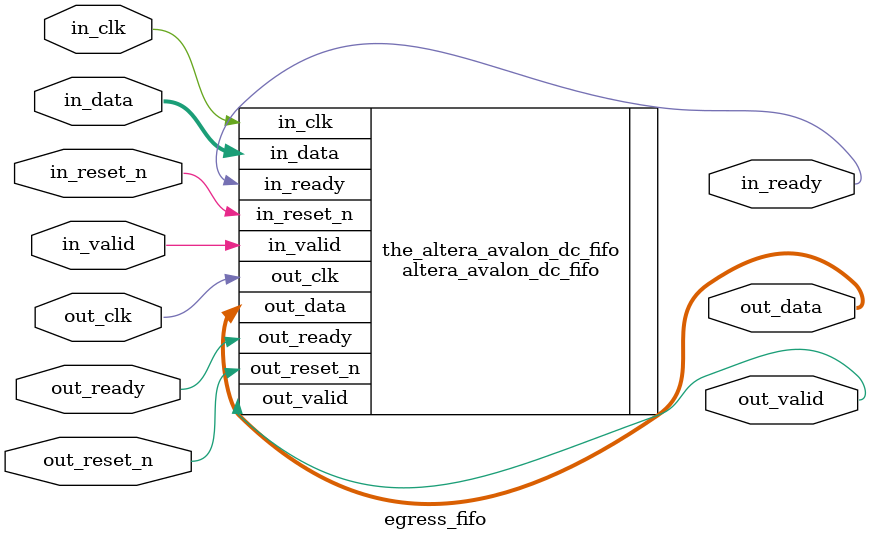
<source format=v>

`timescale 1ns / 1ps
// synthesis translate_on

// turn off superfluous verilog processor warnings 
// altera message_level Level1 
// altera message_off 10034 10035 10036 10037 10230 10240 10030 

module egress_fifo (
                     // inputs:
                      in_clk,
                      in_data,
                      in_reset_n,
                      in_valid,
                      out_clk,
                      out_ready,
                      out_reset_n,

                     // outputs:
                      in_ready,
                      out_data,
                      out_valid
                   )
;

  output           in_ready;
  output  [ 15: 0] out_data;
  output           out_valid;
  input            in_clk;
  input   [ 15: 0] in_data;
  input            in_reset_n;
  input            in_valid;
  input            out_clk;
  input            out_ready;
  input            out_reset_n;

  wire             in_ready;
  wire    [ 15: 0] out_data;
  wire             out_valid;
  altera_avalon_dc_fifo the_altera_avalon_dc_fifo
    (
      .in_clk      (in_clk),
      .in_data     (in_data),
      .in_ready    (in_ready),
      .in_reset_n  (in_reset_n),
      .in_valid    (in_valid),
      .out_clk     (out_clk),
      .out_data    (out_data),
      .out_ready   (out_ready),
      .out_reset_n (out_reset_n),
      .out_valid   (out_valid)
    );
  defparam the_altera_avalon_dc_fifo.ADDR_WIDTH = 10,
           the_altera_avalon_dc_fifo.BITS_PER_SYMBOL = 8,
           the_altera_avalon_dc_fifo.CHANNEL_WIDTH = 0,
           the_altera_avalon_dc_fifo.ERROR_WIDTH = 0,
           the_altera_avalon_dc_fifo.FIFO_DEPTH = 1024,
           the_altera_avalon_dc_fifo.SYMBOLS_PER_BEAT = 2,
           the_altera_avalon_dc_fifo.USE_IN_FILL_LEVEL = 0,
           the_altera_avalon_dc_fifo.USE_OUT_FILL_LEVEL = 0,
           the_altera_avalon_dc_fifo.USE_PACKETS = 0;


endmodule


</source>
